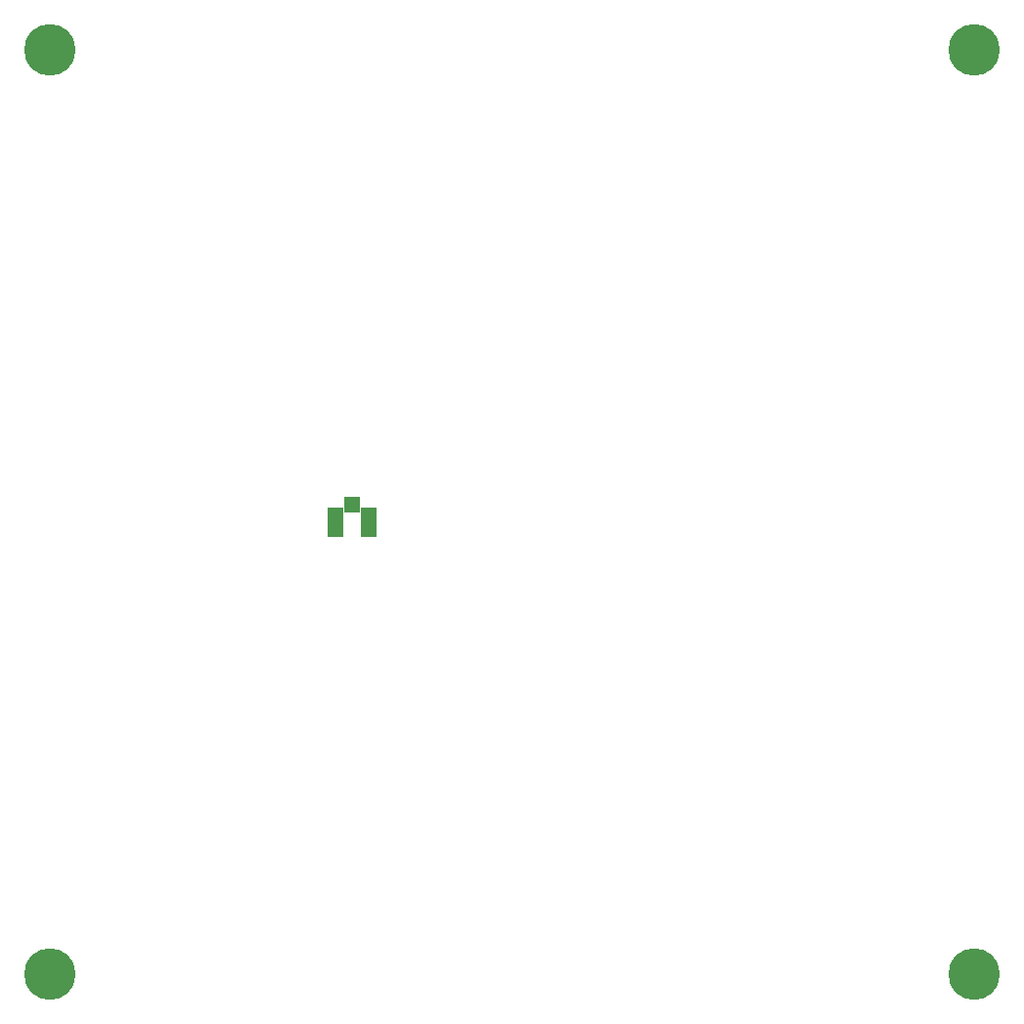
<source format=gbr>
G04 #@! TF.GenerationSoftware,KiCad,Pcbnew,5.0.0*
G04 #@! TF.CreationDate,2018-07-28T23:52:16-05:00*
G04 #@! TF.ProjectId,AntennaPcb,416E74656E6E615063622E6B69636164,rev?*
G04 #@! TF.SameCoordinates,Original*
G04 #@! TF.FileFunction,Soldermask,Bot*
G04 #@! TF.FilePolarity,Negative*
%FSLAX46Y46*%
G04 Gerber Fmt 4.6, Leading zero omitted, Abs format (unit mm)*
G04 Created by KiCad (PCBNEW 5.0.0) date Sat Jul 28 23:52:16 2018*
%MOMM*%
%LPD*%
G01*
G04 APERTURE LIST*
%ADD10R,1.450000X2.600000*%
%ADD11R,1.400000X1.450000*%
%ADD12C,4.464000*%
G04 APERTURE END LIST*
D10*
G04 #@! TO.C,J1*
X109116600Y-98070400D03*
X112066600Y-98070400D03*
D11*
X110591600Y-96545400D03*
G04 #@! TD*
D12*
G04 #@! TO.C,REF\002A\002A*
X164465000Y-57150000D03*
G04 #@! TD*
G04 #@! TO.C,REF\002A\002A*
X84455000Y-57150000D03*
G04 #@! TD*
G04 #@! TO.C,REF\002A\002A*
X84455000Y-137160000D03*
G04 #@! TD*
G04 #@! TO.C,REF\002A\002A*
X164465000Y-137160000D03*
G04 #@! TD*
M02*

</source>
